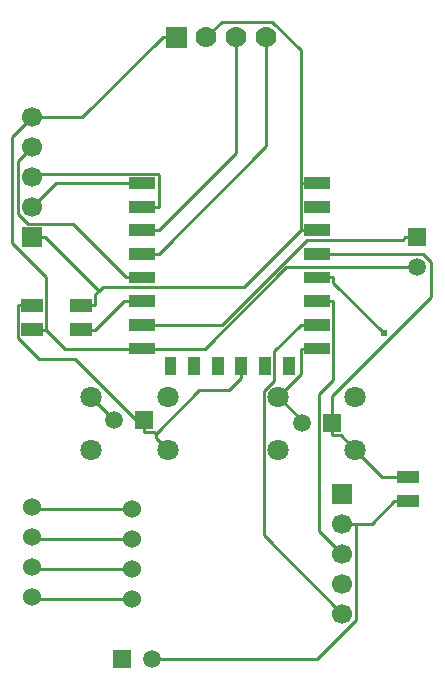
<source format=gbl>
G04 Layer: BottomLayer*
G04 EasyEDA v6.5.1, 2022-03-12 08:52:27*
G04 6cb43a7882b14878ba6e045dd811a198,81413e43fb254311a4bdf48f3ba91f1a,10*
G04 Gerber Generator version 0.2*
G04 Scale: 100 percent, Rotated: No, Reflected: No *
G04 Dimensions in millimeters *
G04 leading zeros omitted , absolute positions ,4 integer and 5 decimal *
%FSLAX45Y45*%
%MOMM*%

%ADD10C,0.2540*%
%ADD11C,0.6100*%
%ADD14C,1.5240*%
%ADD15C,1.4986*%
%ADD18C,1.7000*%
%ADD19C,1.8000*%
%ADD21C,1.7780*%

%LPD*%
D10*
X3467102Y9638052D02*
G01*
X3543023Y9638052D01*
X3665222Y9515853D01*
X4114802Y9284103D02*
G01*
X3896972Y9284103D01*
X3665222Y9515853D01*
X3467102Y9689487D02*
G01*
X3467102Y9638052D01*
X3467102Y9689487D02*
G01*
X3467102Y9740897D01*
X3467102Y9740897D02*
G01*
X3467102Y9974577D01*
X4305581Y10813056D01*
X4305581Y11109017D01*
X4241142Y11173457D01*
X3342642Y11173457D01*
X2407109Y13011376D02*
G01*
X2537589Y13141855D01*
X2960829Y13141855D01*
X3204745Y12897939D01*
X3204745Y11775437D01*
X3342642Y11775437D02*
G01*
X3204745Y11775437D01*
X3014982Y9965941D02*
G01*
X3213102Y9767821D01*
X3213102Y9740897D01*
X1427482Y9965941D02*
G01*
X1625602Y9767821D01*
X1625602Y9766297D01*
X3204745Y10373357D02*
G01*
X3204745Y10155704D01*
X3014982Y9965941D01*
X3342642Y10373357D02*
G01*
X3204745Y10373357D01*
X3342642Y11374117D02*
G01*
X3214829Y11374117D01*
X1346202Y10738253D02*
G01*
X1465912Y10738253D01*
X3214829Y11374117D02*
G01*
X3204745Y11374117D01*
X3204568Y11374295D01*
X3204568Y11374295D02*
G01*
X3204568Y11775259D01*
X3204745Y11775437D01*
X927102Y11315697D02*
G01*
X1040005Y11315697D01*
X1040005Y11315697D02*
G01*
X1494589Y10861139D01*
X1465912Y10738253D02*
G01*
X1465912Y10832462D01*
X1494589Y10861139D01*
X1494589Y10861139D02*
G01*
X1530657Y10897207D01*
X2727479Y10897207D01*
X3204568Y11374295D01*
X2153109Y13011299D02*
G01*
X2036295Y13011299D01*
X4114802Y9080091D02*
G01*
X3995092Y9080091D01*
X1943102Y7746997D02*
G01*
X3342210Y7746997D01*
X3669083Y8073870D01*
X3669083Y8889997D01*
X3556002Y8889997D02*
G01*
X3669083Y8889997D01*
X3669083Y8889997D02*
G01*
X3804998Y8889997D01*
X3995092Y9080091D01*
X927102Y10534241D02*
G01*
X1046812Y10534241D01*
X2036295Y13011299D02*
G01*
X1356692Y12331697D01*
X927102Y12331697D01*
X927102Y12331697D02*
G01*
X761418Y12166013D01*
X761418Y11268936D01*
X1046990Y10983363D01*
X1046990Y10534418D01*
X1046812Y10534241D01*
X1046812Y10534241D02*
G01*
X1207696Y10373357D01*
X1864362Y10373357D01*
X1864362Y10373357D02*
G01*
X2393063Y10373357D01*
X3081403Y11061697D01*
X4191002Y11061697D01*
X1864362Y10774677D02*
G01*
X1706349Y10774677D01*
X1465912Y10534241D01*
X1346202Y10534241D02*
G01*
X1465912Y10534241D01*
X2702562Y10228577D02*
G01*
X2702562Y10125605D01*
X2077722Y9515853D02*
G01*
X1975893Y9617682D01*
X1975893Y9653242D01*
X1879602Y9663452D02*
G01*
X1965683Y9663452D01*
X1975893Y9653242D01*
X1975893Y9653242D02*
G01*
X2341349Y10018697D01*
X2595653Y10018697D01*
X2702562Y10125605D01*
X1879602Y9766297D02*
G01*
X1879602Y9667999D01*
X1879602Y9667999D02*
G01*
X1879602Y9663452D01*
X1879602Y9667999D02*
G01*
X1879602Y9701324D01*
X1294919Y10286006D01*
X985243Y10286006D01*
X807214Y10464035D01*
X807214Y10738076D01*
X807392Y10738253D01*
X927102Y10738253D02*
G01*
X807392Y10738253D01*
X1778002Y9016997D02*
G01*
X939802Y9016997D01*
X927102Y9029697D01*
X1778002Y8762997D02*
G01*
X939802Y8762997D01*
X927102Y8775697D01*
X1778002Y8508997D02*
G01*
X939802Y8508997D01*
X927102Y8521697D01*
X1778002Y8254997D02*
G01*
X939802Y8254997D01*
X927102Y8267697D01*
X1864362Y11775437D02*
G01*
X1132842Y11775437D01*
X927102Y11569697D01*
X2002259Y11574777D02*
G01*
X2002436Y11574955D01*
X2002436Y11846176D01*
X1995045Y11853567D01*
X956972Y11853567D01*
X927102Y11823697D01*
X1864362Y11574777D02*
G01*
X2002259Y11574777D01*
X1726465Y10975337D02*
G01*
X1273025Y11428778D01*
X896419Y11428778D01*
X813742Y11511455D01*
X813742Y11964337D01*
X927102Y12077697D01*
X1864362Y10975337D02*
G01*
X1726465Y10975337D01*
X4088157Y11315697D02*
G01*
X4068447Y11295987D01*
X3257984Y11295987D01*
X2536014Y10574017D01*
X1864362Y10574017D01*
X4191002Y11315697D02*
G01*
X4088157Y11315697D01*
X3556002Y8635997D02*
G01*
X3361540Y8830459D01*
X3361540Y9991722D01*
X3480767Y10110950D01*
X3480767Y10774448D01*
X3480539Y10774677D01*
X3342642Y10774677D02*
G01*
X3480539Y10774677D01*
X2915109Y13011376D02*
G01*
X2915109Y12086308D01*
X2002259Y11173457D01*
X1864362Y11173457D02*
G01*
X2002259Y11173457D01*
X2661109Y13011376D02*
G01*
X2661109Y12032968D01*
X2002259Y11374117D01*
X1864362Y11374117D02*
G01*
X2002259Y11374117D01*
X3910916Y10501246D02*
G01*
X3480539Y10931624D01*
X3480539Y10975337D01*
X3342642Y10975337D02*
G01*
X3480539Y10975337D01*
X3204745Y10574017D02*
G01*
X2981505Y10350776D01*
X2981505Y10102644D01*
X2891132Y10012271D01*
X2891132Y8792867D01*
X3556002Y8127997D01*
X3342642Y10574017D02*
G01*
X3204745Y10574017D01*
G36*
X4206600Y9028089D02*
G01*
X4206600Y9132097D01*
X4022999Y9132097D01*
X4022999Y9028089D01*
G37*
G36*
X4206600Y9232102D02*
G01*
X4206600Y9336110D01*
X4022999Y9336110D01*
X4022999Y9232102D01*
G37*
G36*
X1438000Y10482239D02*
G01*
X1438000Y10586247D01*
X1254399Y10586247D01*
X1254399Y10482239D01*
G37*
G36*
X1438000Y10686252D02*
G01*
X1438000Y10790260D01*
X1254399Y10790260D01*
X1254399Y10686252D01*
G37*
G36*
X1018900Y10482239D02*
G01*
X1018900Y10586247D01*
X835299Y10586247D01*
X835299Y10482239D01*
G37*
G36*
X1018900Y10686252D02*
G01*
X1018900Y10790260D01*
X835299Y10790260D01*
X835299Y10686252D01*
G37*
G36*
X3452622Y11825478D02*
G01*
X3232658Y11825478D01*
X3232658Y11725402D01*
X3452622Y11725402D01*
G37*
G36*
X3452622Y11624818D02*
G01*
X3232658Y11624818D01*
X3232658Y11524742D01*
X3452622Y11524742D01*
G37*
G36*
X3452622Y11424158D02*
G01*
X3232658Y11424158D01*
X3232658Y11324081D01*
X3452622Y11324081D01*
G37*
G36*
X3452622Y11223497D02*
G01*
X3232658Y11223497D01*
X3232658Y11123421D01*
X3452622Y11123421D01*
G37*
G36*
X3452622Y11025378D02*
G01*
X3232658Y11025378D01*
X3232658Y10925302D01*
X3452622Y10925302D01*
G37*
G36*
X3452622Y10824718D02*
G01*
X3232658Y10824718D01*
X3232658Y10724642D01*
X3452622Y10724642D01*
G37*
G36*
X3452622Y10624058D02*
G01*
X3232658Y10624058D01*
X3232658Y10523981D01*
X3452622Y10523981D01*
G37*
G36*
X3452622Y10423397D02*
G01*
X3232658Y10423397D01*
X3232658Y10323321D01*
X3452622Y10323321D01*
G37*
G36*
X3153918Y10153522D02*
G01*
X3153918Y10303637D01*
X3053841Y10303637D01*
X3053841Y10153522D01*
G37*
G36*
X2953258Y10153522D02*
G01*
X2953258Y10303637D01*
X2853181Y10303637D01*
X2853181Y10153522D01*
G37*
G36*
X2752597Y10153522D02*
G01*
X2752597Y10303637D01*
X2652522Y10303637D01*
X2652522Y10153522D01*
G37*
G36*
X2554477Y10153522D02*
G01*
X2554477Y10303637D01*
X2454402Y10303637D01*
X2454402Y10153522D01*
G37*
G36*
X2353818Y10153522D02*
G01*
X2353818Y10303637D01*
X2253741Y10303637D01*
X2253741Y10153522D01*
G37*
G36*
X2153158Y10153522D02*
G01*
X2153158Y10303637D01*
X2053081Y10303637D01*
X2053081Y10153522D01*
G37*
G36*
X1974341Y10423397D02*
G01*
X1754378Y10423397D01*
X1754378Y10323321D01*
X1974341Y10323321D01*
G37*
G36*
X1974341Y10624058D02*
G01*
X1754378Y10624058D01*
X1754378Y10523981D01*
X1974341Y10523981D01*
G37*
G36*
X1974341Y10824718D02*
G01*
X1754378Y10824718D01*
X1754378Y10724642D01*
X1974341Y10724642D01*
G37*
G36*
X1974341Y11025378D02*
G01*
X1754378Y11025378D01*
X1754378Y10925302D01*
X1974341Y10925302D01*
G37*
G36*
X1974341Y11223497D02*
G01*
X1754378Y11223497D01*
X1754378Y11123421D01*
X1974341Y11123421D01*
G37*
G36*
X1974341Y11424158D02*
G01*
X1754378Y11424158D01*
X1754378Y11324081D01*
X1974341Y11324081D01*
G37*
G36*
X1974341Y11624818D02*
G01*
X1754378Y11624818D01*
X1754378Y11524742D01*
X1974341Y11524742D01*
G37*
G36*
X1974341Y11825478D02*
G01*
X1754378Y11825478D01*
X1754378Y11725402D01*
X1974341Y11725402D01*
G37*
D14*
G01*
X927100Y9029700D03*
G01*
X927100Y8775700D03*
G01*
X927100Y8521700D03*
G01*
X927100Y8267700D03*
D15*
G01*
X3213100Y9740900D03*
G36*
X3542029Y9815829D02*
G01*
X3392170Y9815829D01*
X3392170Y9665970D01*
X3542029Y9665970D01*
G37*
G36*
X1012088Y11230711D02*
G01*
X1012088Y11400688D01*
X842111Y11400688D01*
X842111Y11230711D01*
G37*
D18*
G01*
X927100Y11569700D03*
G01*
X927100Y11823700D03*
G01*
X927100Y12077700D03*
G01*
X927100Y12331700D03*
D15*
G01*
X4191000Y11061700D03*
G36*
X4116070Y11390629D02*
G01*
X4116070Y11240770D01*
X4265929Y11240770D01*
X4265929Y11390629D01*
G37*
G01*
X1943112Y7747000D03*
G36*
X1614170Y7672070D02*
G01*
X1764029Y7672070D01*
X1764029Y7821929D01*
X1614170Y7821929D01*
G37*
G36*
X3471011Y9228988D02*
G01*
X3471011Y9059011D01*
X3640988Y9059011D01*
X3640988Y9228988D01*
G37*
D18*
G01*
X3556000Y8890000D03*
G01*
X3556000Y8636000D03*
G01*
X3556000Y8382000D03*
G01*
X3556000Y8128000D03*
D14*
G01*
X1778000Y9017000D03*
G01*
X1778000Y8763000D03*
G01*
X1778000Y8509000D03*
G01*
X1778000Y8255000D03*
D15*
G01*
X1625600Y9766300D03*
G36*
X1954529Y9841229D02*
G01*
X1804670Y9841229D01*
X1804670Y9691370D01*
X1954529Y9691370D01*
G37*
D19*
G01*
X3014979Y9965944D03*
G01*
X3014979Y9515855D03*
G01*
X3665220Y9965944D03*
G01*
X3665220Y9515855D03*
G36*
X2064204Y13100210D02*
G01*
X2242004Y13100210D01*
X2242004Y12922410D01*
X2064204Y12922410D01*
G37*
D21*
G01*
X2407107Y13011378D03*
G01*
X2661107Y13011378D03*
G01*
X2915107Y13011378D03*
D19*
G01*
X1427479Y9965944D03*
G01*
X1427479Y9515855D03*
G01*
X2077720Y9965944D03*
G01*
X2077720Y9515855D03*
D11*
G01*
X3910916Y10501246D03*
M02*

</source>
